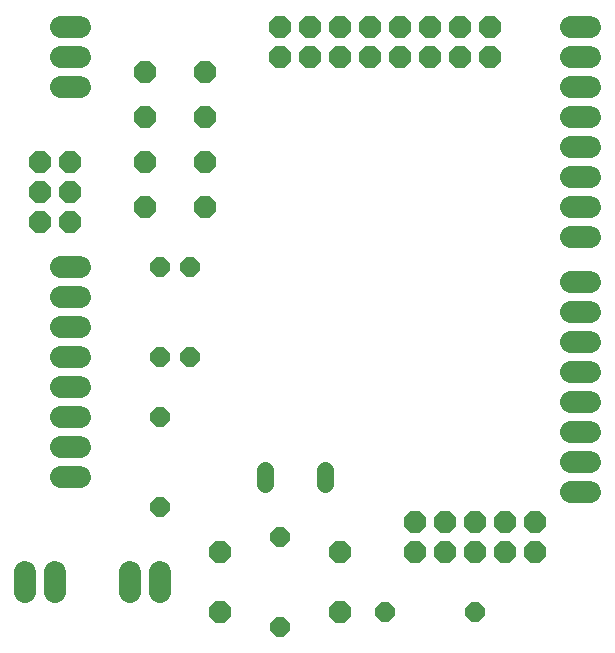
<source format=gbs>
G75*
G70*
%OFA0B0*%
%FSLAX24Y24*%
%IPPOS*%
%LPD*%
%AMOC8*
5,1,8,0,0,1.08239X$1,22.5*
%
%ADD10OC8,0.0710*%
%ADD11C,0.0560*%
%ADD12OC8,0.0640*%
%ADD13OC8,0.0720*%
%ADD14C,0.0720*%
D10*
X008600Y001600D03*
X008600Y003600D03*
X012600Y003600D03*
X012600Y001600D03*
X008100Y015100D03*
X008100Y016600D03*
X008100Y018100D03*
X008100Y019600D03*
X006100Y019600D03*
X006100Y018100D03*
X006100Y016600D03*
X006100Y015100D03*
D11*
X010100Y006340D02*
X010100Y005860D01*
X012100Y005860D02*
X012100Y006340D01*
D12*
X010600Y004100D03*
X010600Y001100D03*
X014100Y001600D03*
X017100Y001600D03*
X007600Y010100D03*
X006600Y010100D03*
X006600Y008100D03*
X006600Y005100D03*
X006600Y013100D03*
X007600Y013100D03*
D13*
X003600Y014600D03*
X003600Y015600D03*
X002600Y015600D03*
X002600Y014600D03*
X002600Y016600D03*
X003600Y016600D03*
X010600Y020100D03*
X010600Y021100D03*
X011600Y021100D03*
X011600Y020100D03*
X012600Y020100D03*
X012600Y021100D03*
X013600Y021100D03*
X013600Y020100D03*
X014600Y020100D03*
X014600Y021100D03*
X015600Y021100D03*
X015600Y020100D03*
X016600Y020100D03*
X016600Y021100D03*
X017600Y021100D03*
X017600Y020100D03*
X017100Y004600D03*
X016100Y004600D03*
X016100Y003600D03*
X017100Y003600D03*
X018100Y003600D03*
X019100Y003600D03*
X019100Y004600D03*
X018100Y004600D03*
X015100Y004600D03*
X015100Y003600D03*
D14*
X002100Y002920D02*
X002100Y002280D01*
X003100Y002280D02*
X003100Y002920D01*
X005600Y002920D02*
X005600Y002280D01*
X006600Y002280D02*
X006600Y002920D01*
X003920Y006100D02*
X003280Y006100D01*
X003280Y007100D02*
X003920Y007100D01*
X003920Y008100D02*
X003280Y008100D01*
X003280Y009100D02*
X003920Y009100D01*
X003920Y010100D02*
X003280Y010100D01*
X003280Y011100D02*
X003920Y011100D01*
X003920Y012100D02*
X003280Y012100D01*
X003280Y013100D02*
X003920Y013100D01*
X003920Y019100D02*
X003280Y019100D01*
X003280Y020100D02*
X003920Y020100D01*
X003920Y021100D02*
X003280Y021100D01*
X020280Y021100D02*
X020920Y021100D01*
X020920Y020100D02*
X020280Y020100D01*
X020280Y019100D02*
X020920Y019100D01*
X020920Y018100D02*
X020280Y018100D01*
X020280Y017100D02*
X020920Y017100D01*
X020920Y016100D02*
X020280Y016100D01*
X020280Y015100D02*
X020920Y015100D01*
X020920Y014100D02*
X020280Y014100D01*
X020280Y012600D02*
X020920Y012600D01*
X020920Y011600D02*
X020280Y011600D01*
X020280Y010600D02*
X020920Y010600D01*
X020920Y009600D02*
X020280Y009600D01*
X020280Y008600D02*
X020920Y008600D01*
X020920Y007600D02*
X020280Y007600D01*
X020280Y006600D02*
X020920Y006600D01*
X020920Y005600D02*
X020280Y005600D01*
M02*

</source>
